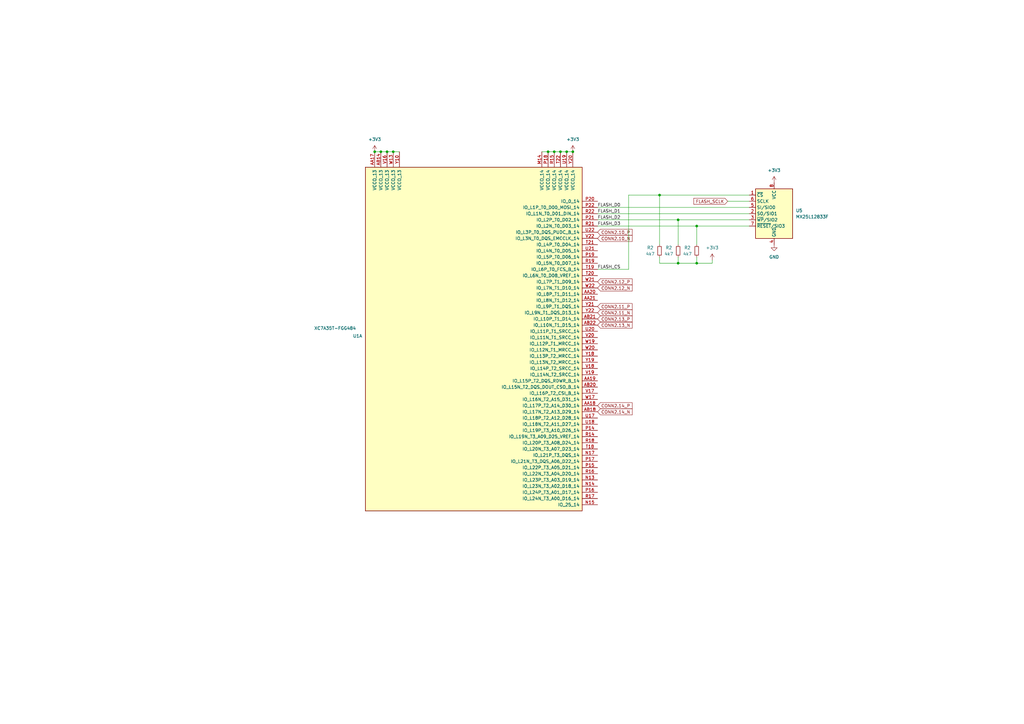
<source format=kicad_sch>
(kicad_sch (version 20230121) (generator eeschema)
  (paper "A3")
  (lib_symbols
    (symbol "Device:R_Small" (pin_numbers hide) (pin_names (offset 0.254) hide)
      (property "Reference" "R" (at 0.762 0.508 0))
      (property "Value" "R_Small" (at 0.762 -1.016 0))
      (symbol "R_Small_0_1"
        (rectangle (start -0.762 1.778) (end 0.762 -1.778) (stroke (width 0.2032)))
      )
      (symbol "R_Small_1_1"
        (pin passive line (at 0 2.54 270) (length 0.762) (name "~") (number "1"))
        (pin passive line (at 0 -2.54 90) (length 0.762) (name "~") (number "2"))
      )
    )
    (symbol "FPGA_Xilinx_Artix7:XC7A35T-FGG484" (pin_names (offset 1.016))
      (property "Reference" "U" (at 0 1.27 0))
      (property "Value" "XC7A35T-FGG484" (at 0 -1.27 0))
      (symbol "XC7A35T-FGG484_1_1"
        (rectangle (start -44.45 67.31) (end 44.45 -73.66) (stroke (width 0.254)) (fill (type background)))
        (pin power_in line (at -40.64 73.66 270) (length 6.35) (name "VCCO_13") (number "AA17"))
        (pin bidirectional line (at 50.8 -30.48 180) (length 6.35) (name "IO_L17P_T2_A14_D30_14") (number "AA18"))
        (pin bidirectional line (at 50.8 -20.32 180) (length 6.35) (name "IO_L15P_T2_DQS_RDWR_B_14") (number "AA19"))
        (pin bidirectional line (at 50.8 15.24 180) (length 6.35) (name "IO_L8P_T1_D11_14") (number "AA20"))
        (pin bidirectional line (at 50.8 12.7 180) (length 6.35) (name "IO_L8N_T1_D12_14") (number "AA21"))
        (pin power_in line (at -38.1 73.66 270) (length 6.35) (name "VCCO_13") (number "AB14"))
        (pin bidirectional line (at 50.8 -33.02 180) (length 6.35) (name "IO_L17N_T2_A13_D29_14") (number "AB18"))
        (pin bidirectional line (at 50.8 -22.86 180) (length 6.35) (name "IO_L15N_T2_DQS_DOUT_CSO_B_14") (number "AB20"))
        (pin bidirectional line (at 50.8 5.08 180) (length 6.35) (name "IO_L10P_T1_D14_14") (number "AB21"))
        (pin bidirectional line (at 50.8 2.54 180) (length 6.35) (name "IO_L10N_T1_D15_14") (number "AB22"))
        (pin power_in line (at 27.94 73.66 270) (length 6.35) (name "VCCO_14") (number "M14"))
        (pin bidirectional line (at 50.8 -60.96 180) (length 6.35) (name "IO_L23P_T3_A03_D19_14") (number "N13"))
        (pin bidirectional line (at 50.8 -63.5 180) (length 6.35) (name "IO_L23N_T3_A02_D18_14") (number "N14"))
        (pin bidirectional line (at 50.8 -71.12 180) (length 6.35) (name "IO_25_14") (number "N15"))
        (pin bidirectional line (at 50.8 -50.8 180) (length 6.35) (name "IO_L21P_T3_DQS_14") (number "N17"))
        (pin bidirectional line (at 50.8 -40.64 180) (length 6.35) (name "IO_L19P_T3_A10_D26_14") (number "P14"))
        (pin bidirectional line (at 50.8 -55.88 180) (length 6.35) (name "IO_L22P_T3_A05_D21_14") (number "P15"))
        (pin bidirectional line (at 50.8 -66.04 180) (length 6.35) (name "IO_L24P_T3_A01_D17_14") (number "P16"))
        (pin bidirectional line (at 50.8 -53.34 180) (length 6.35) (name "IO_L21N_T3_DQS_A06_D22_14") (number "P17"))
        (pin power_in line (at 30.48 73.66 270) (length 6.35) (name "VCCO_14") (number "P18"))
        (pin bidirectional line (at 50.8 30.48 180) (length 6.35) (name "IO_L5P_T0_D06_14") (number "P19"))
        (pin bidirectional line (at 50.8 53.34 180) (length 6.35) (name "IO_0_14") (number "P20"))
        (pin bidirectional line (at 50.8 45.72 180) (length 6.35) (name "IO_L2P_T0_D02_14") (number "P21"))
        (pin bidirectional line (at 50.8 50.8 180) (length 6.35) (name "IO_L1P_T0_D00_MOSI_14") (number "P22"))
        (pin bidirectional line (at 50.8 -43.18 180) (length 6.35) (name "IO_L19N_T3_A09_D25_VREF_14") (number "R14"))
        (pin power_in line (at 33.02 73.66 270) (length 6.35) (name "VCCO_14") (number "R15"))
        (pin bidirectional line (at 50.8 -58.42 180) (length 6.35) (name "IO_L22N_T3_A04_D20_14") (number "R16"))
        (pin bidirectional line (at 50.8 -68.58 180) (length 6.35) (name "IO_L24N_T3_A00_D16_14") (number "R17"))
        (pin bidirectional line (at 50.8 -45.72 180) (length 6.35) (name "IO_L20P_T3_A08_D24_14") (number "R18"))
        (pin bidirectional line (at 50.8 27.94 180) (length 6.35) (name "IO_L5N_T0_D07_14") (number "R19"))
        (pin bidirectional line (at 50.8 43.18 180) (length 6.35) (name "IO_L2N_T0_D03_14") (number "R21"))
        (pin bidirectional line (at 50.8 48.26 180) (length 6.35) (name "IO_L1N_T0_D01_DIN_14") (number "R22"))
        (pin bidirectional line (at 50.8 -48.26 180) (length 6.35) (name "IO_L20N_T3_A07_D23_14") (number "T18"))
        (pin bidirectional line (at 50.8 25.4 180) (length 6.35) (name "IO_L6P_T0_FCS_B_14") (number "T19"))
        (pin bidirectional line (at 50.8 22.86 180) (length 6.35) (name "IO_L6N_T0_D08_VREF_14") (number "T20"))
        (pin bidirectional line (at 50.8 35.56 180) (length 6.35) (name "IO_L4P_T0_D04_14") (number "T21"))
        (pin power_in line (at 35.56 73.66 270) (length 6.35) (name "VCCO_14") (number "T22"))
        (pin bidirectional line (at 50.8 -35.56 180) (length 6.35) (name "IO_L18P_T2_A12_D28_14") (number "U17"))
        (pin bidirectional line (at 50.8 -38.1 180) (length 6.35) (name "IO_L18N_T2_A11_D27_14") (number "U18"))
        (pin power_in line (at 38.1 73.66 270) (length 6.35) (name "VCCO_14") (number "U19"))
        (pin bidirectional line (at 50.8 0 180) (length 6.35) (name "IO_L11P_T1_SRCC_14") (number "U20"))
        (pin bidirectional line (at 50.8 33.02 180) (length 6.35) (name "IO_L4N_T0_D05_14") (number "U21"))
        (pin bidirectional line (at 50.8 40.64 180) (length 6.35) (name "IO_L3P_T0_DQS_PUDC_B_14") (number "U22"))
        (pin power_in line (at -35.56 73.66 270) (length 6.35) (name "VCCO_13") (number "V16"))
        (pin bidirectional line (at 50.8 -25.4 180) (length 6.35) (name "IO_L16P_T2_CSI_B_14") (number "V17"))
        (pin bidirectional line (at 50.8 -15.24 180) (length 6.35) (name "IO_L14P_T2_SRCC_14") (number "V18"))
        (pin bidirectional line (at 50.8 -17.78 180) (length 6.35) (name "IO_L14N_T2_SRCC_14") (number "V19"))
        (pin bidirectional line (at 50.8 -2.54 180) (length 6.35) (name "IO_L11N_T1_SRCC_14") (number "V20"))
        (pin bidirectional line (at 50.8 38.1 180) (length 6.35) (name "IO_L3N_T0_DQS_EMCCLK_14") (number "V22"))
        (pin power_in line (at -33.02 73.66 270) (length 6.35) (name "VCCO_13") (number "W13"))
        (pin bidirectional line (at 50.8 -27.94 180) (length 6.35) (name "IO_L16N_T2_A15_D31_14") (number "W17"))
        (pin bidirectional line (at 50.8 -5.08 180) (length 6.35) (name "IO_L12P_T1_MRCC_14") (number "W19"))
        (pin bidirectional line (at 50.8 -7.62 180) (length 6.35) (name "IO_L12N_T1_MRCC_14") (number "W20"))
        (pin bidirectional line (at 50.8 20.32 180) (length 6.35) (name "IO_L7P_T1_D09_14") (number "W21"))
        (pin bidirectional line (at 50.8 17.78 180) (length 6.35) (name "IO_L7N_T1_D10_14") (number "W22"))
        (pin power_in line (at -30.48 73.66 270) (length 6.35) (name "VCCO_13") (number "Y10"))
        (pin bidirectional line (at 50.8 -10.16 180) (length 6.35) (name "IO_L13P_T2_MRCC_14") (number "Y18"))
        (pin bidirectional line (at 50.8 -12.7 180) (length 6.35) (name "IO_L13N_T2_MRCC_14") (number "Y19"))
        (pin power_in line (at 40.64 73.66 270) (length 6.35) (name "VCCO_14") (number "Y20"))
        (pin bidirectional line (at 50.8 10.16 180) (length 6.35) (name "IO_L9P_T1_DQS_14") (number "Y21"))
        (pin bidirectional line (at 50.8 7.62 180) (length 6.35) (name "IO_L9N_T1_DQS_D13_14") (number "Y22"))
      )
      (symbol "XC7A35T-FGG484_2_1"
        (rectangle (start -44.45 67.31) (end 44.45 -73.66) (stroke (width 0.254)) (fill (type background)))
        (pin bidirectional line (at 50.8 5.08 180) (length 6.35) (name "IO_L10P_T1_16") (number "A13"))
        (pin bidirectional line (at 50.8 2.54 180) (length 6.35) (name "IO_L10N_T1_16") (number "A14"))
        (pin bidirectional line (at 50.8 10.16 180) (length 6.35) (name "IO_L9P_T1_DQS_16") (number "A15"))
        (pin bidirectional line (at 50.8 7.62 180) (length 6.35) (name "IO_L9N_T1_DQS_16") (number "A16"))
        (pin power_in line (at 27.94 73.66 270) (length 6.35) (name "VCCO_16") (number "A17"))
        (pin bidirectional line (at 50.8 -30.48 180) (length 6.35) (name "IO_L17P_T2_16") (number "A18"))
        (pin bidirectional line (at 50.8 -33.02 180) (length 6.35) (name "IO_L17N_T2_16") (number "A19"))
        (pin bidirectional line (at 50.8 -27.94 180) (length 6.35) (name "IO_L16N_T2_16") (number "A20"))
        (pin bidirectional line (at 50.8 -53.34 180) (length 6.35) (name "IO_L21N_T3_DQS_16") (number "A21"))
        (pin bidirectional line (at 50.8 12.7 180) (length 6.35) (name "IO_L8N_T1_16") (number "B13"))
        (pin power_in line (at 30.48 73.66 270) (length 6.35) (name "VCCO_16") (number "B14"))
        (pin bidirectional line (at 50.8 20.32 180) (length 6.35) (name "IO_L7P_T1_16") (number "B15"))
        (pin bidirectional line (at 50.8 17.78 180) (length 6.35) (name "IO_L7N_T1_16") (number "B16"))
        (pin bidirectional line (at 50.8 0 180) (length 6.35) (name "IO_L11P_T1_SRCC_16") (number "B17"))
        (pin bidirectional line (at 50.8 -2.54 180) (length 6.35) (name "IO_L11N_T1_SRCC_16") (number "B18"))
        (pin bidirectional line (at 50.8 -25.4 180) (length 6.35) (name "IO_L16P_T2_16") (number "B20"))
        (pin bidirectional line (at 50.8 -50.8 180) (length 6.35) (name "IO_L21P_T3_DQS_16") (number "B21"))
        (pin bidirectional line (at 50.8 -48.26 180) (length 6.35) (name "IO_L20N_T3_16") (number "B22"))
        (pin bidirectional line (at 50.8 15.24 180) (length 6.35) (name "IO_L8P_T1_16") (number "C13"))
        (pin bidirectional line (at 50.8 40.64 180) (length 6.35) (name "IO_L3P_T0_DQS_16") (number "C14"))
        (pin bidirectional line (at 50.8 38.1 180) (length 6.35) (name "IO_L3N_T0_DQS_16") (number "C15"))
        (pin bidirectional line (at 50.8 -7.62 180) (length 6.35) (name "IO_L12N_T1_MRCC_16") (number "C17"))
        (pin bidirectional line (at 50.8 -10.16 180) (length 6.35) (name "IO_L13P_T2_MRCC_16") (number "C18"))
        (pin bidirectional line (at 50.8 -12.7 180) (length 6.35) (name "IO_L13N_T2_MRCC_16") (number "C19"))
        (pin bidirectional line (at 50.8 -43.18 180) (length 6.35) (name "IO_L19N_T3_VREF_16") (number "C20"))
        (pin power_in line (at 33.02 73.66 270) (length 6.35) (name "VCCO_16") (number "C21"))
        (pin bidirectional line (at 50.8 -45.72 180) (length 6.35) (name "IO_L20P_T3_16") (number "C22"))
        (pin bidirectional line (at 50.8 25.4 180) (length 6.35) (name "IO_L6P_T0_16") (number "D14"))
        (pin bidirectional line (at 50.8 22.86 180) (length 6.35) (name "IO_L6N_T0_VREF_16") (number "D15"))
        (pin bidirectional line (at 50.8 27.94 180) (length 6.35) (name "IO_L5N_T0_16") (number "D16"))
        (pin bidirectional line (at 50.8 -5.08 180) (length 6.35) (name "IO_L12P_T1_MRCC_16") (number "D17"))
        (pin power_in line (at 35.56 73.66 270) (length 6.35) (name "VCCO_16") (number "D18"))
        (pin bidirectional line (at 50.8 -17.78 180) (length 6.35) (name "IO_L14N_T2_SRCC_16") (number "D19"))
        (pin bidirectional line (at 50.8 -40.64 180) (length 6.35) (name "IO_L19P_T3_16") (number "D20"))
        (pin bidirectional line (at 50.8 -63.5 180) (length 6.35) (name "IO_L23N_T3_16") (number "D21"))
        (pin bidirectional line (at 50.8 -58.42 180) (length 6.35) (name "IO_L22N_T3_16") (number "D22"))
        (pin bidirectional line (at 50.8 35.56 180) (length 6.35) (name "IO_L4P_T0_16") (number "E13"))
        (pin bidirectional line (at 50.8 33.02 180) (length 6.35) (name "IO_L4N_T0_16") (number "E14"))
        (pin power_in line (at 38.1 73.66 270) (length 6.35) (name "VCCO_16") (number "E15"))
        (pin bidirectional line (at 50.8 30.48 180) (length 6.35) (name "IO_L5P_T0_16") (number "E16"))
        (pin bidirectional line (at 50.8 43.18 180) (length 6.35) (name "IO_L2N_T0_16") (number "E17"))
        (pin bidirectional line (at 50.8 -22.86 180) (length 6.35) (name "IO_L15N_T2_DQS_16") (number "E18"))
        (pin bidirectional line (at 50.8 -15.24 180) (length 6.35) (name "IO_L14P_T2_SRCC_16") (number "E19"))
        (pin bidirectional line (at 50.8 -60.96 180) (length 6.35) (name "IO_L23P_T3_16") (number "E21"))
        (pin bidirectional line (at 50.8 -55.88 180) (length 6.35) (name "IO_L22P_T3_16") (number "E22"))
        (pin bidirectional line (at 50.8 50.8 180) (length 6.35) (name "IO_L1P_T0_16") (number "F13"))
        (pin bidirectional line (at 50.8 48.26 180) (length 6.35) (name "IO_L1N_T0_16") (number "F14"))
        (pin bidirectional line (at 50.8 53.34 180) (length 6.35) (name "IO_0_16") (number "F15"))
        (pin bidirectional line (at 50.8 45.72 180) (length 6.35) (name "IO_L2P_T0_16") (number "F16"))
        (pin bidirectional line (at 50.8 -20.32 180) (length 6.35) (name "IO_L15P_T2_DQS_16") (number "F18"))
        (pin bidirectional line (at 50.8 -35.56 180) (length 6.35) (name "IO_L18P_T2_16") (number "F19"))
        (pin bidirectional line (at 50.8 -38.1 180) (length 6.35) (name "IO_L18N_T2_16") (number "F20"))
        (pin bidirectional line (at 50.8 -71.12 180) (length 6.35) (name "IO_25_16") (number "F21"))
        (pin power_in line (at 40.64 73.66 270) (length 6.35) (name "VCCO_16") (number "F22"))
        (pin bidirectional line (at -50.8 48.26 0) (length 6.35) (name "IO_L1N_T0_AD0N_15") (number "G13"))
        (pin bidirectional line (at -50.8 45.72 0) (length 6.35) (name "IO_L2P_T0_AD8P_15") (number "G15"))
        (pin bidirectional line (at -50.8 43.18 0) (length 6.35) (name "IO_L2N_T0_AD8N_15") (number "G16"))
        (pin bidirectional line (at -50.8 35.56 0) (length 6.35) (name "IO_L4P_T0_15") (number "G17"))
        (pin bidirectional line (at -50.8 33.02 0) (length 6.35) (name "IO_L4N_T0_15") (number "G18"))
        (pin power_in line (at -40.64 73.66 270) (length 6.35) (name "VCCO_15") (number "G19"))
        (pin bidirectional line (at -50.8 12.7 0) (length 6.35) (name "IO_L8N_T1_AD10N_15") (number "G20"))
        (pin bidirectional line (at 50.8 -66.04 180) (length 6.35) (name "IO_L24P_T3_16") (number "G21"))
        (pin bidirectional line (at 50.8 -68.58 180) (length 6.35) (name "IO_L24N_T3_16") (number "G22"))
        (pin bidirectional line (at -50.8 50.8 0) (length 6.35) (name "IO_L1P_T0_AD0P_15") (number "H13"))
        (pin bidirectional line (at -50.8 38.1 0) (length 6.35) (name "IO_L3N_T0_DQS_AD1N_15") (number "H14"))
        (pin bidirectional line (at -50.8 27.94 0) (length 6.35) (name "IO_L5N_T0_AD9N_15") (number "H15"))
        (pin power_in line (at -38.1 73.66 270) (length 6.35) (name "VCCO_15") (number "H16"))
        (pin bidirectional line (at -50.8 25.4 0) (length 6.35) (name "IO_L6P_T0_15") (number "H17"))
        (pin bidirectional line (at -50.8 22.86 0) (length 6.35) (name "IO_L6N_T0_VREF_15") (number "H18"))
        (pin bidirectional line (at -50.8 -7.62 0) (length 6.35) (name "IO_L12N_T1_MRCC_15") (number "H19"))
        (pin bidirectional line (at -50.8 15.24 0) (length 6.35) (name "IO_L8P_T1_AD10P_15") (number "H20"))
        (pin bidirectional line (at -50.8 17.78 0) (length 6.35) (name "IO_L7N_T1_AD2N_15") (number "H22"))
        (pin power_in line (at -35.56 73.66 270) (length 6.35) (name "VCCO_15") (number "J13"))
        (pin bidirectional line (at -50.8 40.64 0) (length 6.35) (name "IO_L3P_T0_DQS_AD1P_15") (number "J14"))
        (pin bidirectional line (at -50.8 30.48 0) (length 6.35) (name "IO_L5P_T0_AD9P_15") (number "J15"))
        (pin bidirectional line (at -50.8 53.34 0) (length 6.35) (name "IO_0_15") (number "J16"))
        (pin bidirectional line (at -50.8 -53.34 0) (length 6.35) (name "IO_L21N_T3_DQS_A18_15") (number "J17"))
        (pin bidirectional line (at -50.8 -5.08 0) (length 6.35) (name "IO_L12P_T1_MRCC_15") (number "J19"))
        (pin bidirectional line (at -50.8 0 0) (length 6.35) (name "IO_L11P_T1_SRCC_15") (number "J20"))
        (pin bidirectional line (at -50.8 -2.54 0) (length 6.35) (name "IO_L11N_T1_SRCC_15") (number "J21"))
        (pin bidirectional line (at -50.8 20.32 0) (length 6.35) (name "IO_L7P_T1_AD2P_15") (number "J22"))
        (pin bidirectional line (at -50.8 -40.64 0) (length 6.35) (name "IO_L19P_T3_A22_15") (number "K13"))
        (pin bidirectional line (at -50.8 -43.18 0) (length 6.35) (name "IO_L19N_T3_A21_VREF_15") (number "K14"))
        (pin bidirectional line (at -50.8 -63.5 0) (length 6.35) (name "IO_L23N_T3_FWE_B_15") (number "K16"))
        (pin bidirectional line (at -50.8 -50.8 0) (length 6.35) (name "IO_L21P_T3_DQS_15") (number "K17"))
        (pin bidirectional line (at -50.8 -10.16 0) (length 6.35) (name "IO_L13P_T2_MRCC_15") (number "K18"))
        (pin bidirectional line (at -50.8 -12.7 0) (length 6.35) (name "IO_L13N_T2_MRCC_15") (number "K19"))
        (pin power_in line (at -33.02 73.66 270) (length 6.35) (name "VCCO_15") (number "K20"))
        (pin bidirectional line (at -50.8 10.16 0) (length 6.35) (name "IO_L9P_T1_DQS_AD3P_15") (number "K21"))
        (pin bidirectional line (at -50.8 7.62 0) (length 6.35) (name "IO_L9N_T1_DQS_AD3N_15") (number "K22"))
        (pin bidirectional line (at -50.8 -48.26 0) (length 6.35) (name "IO_L20N_T3_A19_15") (number "L13"))
        (pin bidirectional line (at -50.8 -55.88 0) (length 6.35) (name "IO_L22P_T3_A17_15") (number "L14"))
        (pin bidirectional line (at -50.8 -58.42 0) (length 6.35) (name "IO_L22N_T3_A16_15") (number "L15"))
        (pin bidirectional line (at -50.8 -60.96 0) (length 6.35) (name "IO_L23P_T3_FOE_B_15") (number "L16"))
        (pin power_in line (at -30.48 73.66 270) (length 6.35) (name "VCCO_15") (number "L17"))
        (pin bidirectional line (at -50.8 -27.94 0) (length 6.35) (name "IO_L16N_T2_A27_15") (number "L18"))
        (pin bidirectional line (at -50.8 -15.24 0) (length 6.35) (name "IO_L14P_T2_SRCC_15") (number "L19"))
        (pin bidirectional line (at -50.8 -17.78 0) (length 6.35) (name "IO_L14N_T2_SRCC_15") (number "L20"))
        (pin bidirectional line (at -50.8 2.54 0) (length 6.35) (name "IO_L10N_T1_AD11N_15") (number "L21"))
        (pin bidirectional line (at -50.8 -45.72 0) (length 6.35) (name "IO_L20P_T3_A20_15") (number "M13"))
        (pin bidirectional line (at -50.8 -66.04 0) (length 6.35) (name "IO_L24P_T3_RS1_15") (number "M15"))
        (pin bidirectional line (at -50.8 -68.58 0) (length 6.35) (name "IO_L24N_T3_RS0_15") (number "M16"))
        (pin bidirectional line (at -50.8 -71.12 0) (length 6.35) (name "IO_25_15") (number "M17"))
        (pin bidirectional line (at -50.8 -25.4 0) (length 6.35) (name "IO_L16P_T2_A28_15") (number "M18"))
        (pin bidirectional line (at -50.8 -38.1 0) (length 6.35) (name "IO_L18N_T2_A23_15") (number "M20"))
        (pin bidirectional line (at -50.8 5.08 0) (length 6.35) (name "IO_L10P_T1_AD11P_15") (number "M21"))
        (pin bidirectional line (at -50.8 -22.86 0) (length 6.35) (name "IO_L15N_T2_DQS_ADV_B_15") (number "M22"))
        (pin bidirectional line (at -50.8 -30.48 0) (length 6.35) (name "IO_L17P_T2_A26_15") (number "N18"))
        (pin bidirectional line (at -50.8 -33.02 0) (length 6.35) (name "IO_L17N_T2_A25_15") (number "N19"))
        (pin bidirectional line (at -50.8 -35.56 0) (length 6.35) (name "IO_L18P_T2_A24_15") (number "N20"))
        (pin power_in line (at -27.94 73.66 270) (length 6.35) (name "VCCO_15") (number "N21"))
        (pin bidirectional line (at -50.8 -20.32 0) (length 6.35) (name "IO_L15P_T2_DQS_15") (number "N22"))
      )
      (symbol "XC7A35T-FGG484_3_1"
        (rectangle (start -44.45 67.31) (end 44.45 -73.66) (stroke (width 0.254)) (fill (type background)))
        (pin bidirectional line (at 50.8 48.26 180) (length 6.35) (name "IO_L1N_T0_AD4N_35") (number "A1"))
        (pin bidirectional line (at -50.8 20.32 0) (length 6.35) (name "IO_L7P_T1_34") (number "AA1"))
        (pin bidirectional line (at -50.8 7.62 0) (length 6.35) (name "IO_L9N_T1_DQS_34") (number "AA3"))
        (pin bidirectional line (at -50.8 -2.54 0) (length 6.35) (name "IO_L11N_T1_SRCC_34") (number "AA4"))
        (pin bidirectional line (at -50.8 5.08 0) (length 6.35) (name "IO_L10P_T1_34") (number "AA5"))
        (pin bidirectional line (at -50.8 -38.1 0) (length 6.35) (name "IO_L18N_T2_34") (number "AA6"))
        (pin power_in line (at -40.64 73.66 270) (length 6.35) (name "VCCO_34") (number "AA7"))
        (pin bidirectional line (at -50.8 -55.88 0) (length 6.35) (name "IO_L22P_T3_34") (number "AA8"))
        (pin bidirectional line (at -50.8 17.78 0) (length 6.35) (name "IO_L7N_T1_34") (number "AB1"))
        (pin bidirectional line (at -50.8 12.7 0) (length 6.35) (name "IO_L8N_T1_34") (number "AB2"))
        (pin bidirectional line (at -50.8 15.24 0) (length 6.35) (name "IO_L8P_T1_34") (number "AB3"))
        (pin power_in line (at -38.1 73.66 270) (length 6.35) (name "VCCO_34") (number "AB4"))
        (pin bidirectional line (at -50.8 2.54 0) (length 6.35) (name "IO_L10N_T1_34") (number "AB5"))
        (pin bidirectional line (at -50.8 -48.26 0) (length 6.35) (name "IO_L20N_T3_34") (number "AB6"))
        (pin bidirectional line (at -50.8 -45.72 0) (length 6.35) (name "IO_L20P_T3_34") (number "AB7"))
        (pin bidirectional line (at -50.8 -58.42 0) (length 6.35) (name "IO_L22N_T3_34") (number "AB8"))
        (pin bidirectional line (at 50.8 50.8 180) (length 6.35) (name "IO_L1P_T0_AD4P_35") (number "B1"))
        (pin bidirectional line (at 50.8 43.18 180) (length 6.35) (name "IO_L2N_T0_AD12N_35") (number "B2"))
        (pin power_in line (at 27.94 73.66 270) (length 6.35) (name "VCCO_35") (number "C1"))
        (pin bidirectional line (at 50.8 45.72 180) (length 6.35) (name "IO_L2P_T0_AD12P_35") (number "C2"))
        (pin bidirectional line (at 50.8 38.1 180) (length 6.35) (name "IO_L3N_T0_DQS_AD5N_35") (number "D1"))
        (pin bidirectional line (at 50.8 33.02 180) (length 6.35) (name "IO_L4N_T0_35") (number "D2"))
        (pin bidirectional line (at 50.8 40.64 180) (length 6.35) (name "IO_L3P_T0_DQS_AD5P_35") (number "E1"))
        (pin bidirectional line (at 50.8 35.56 180) (length 6.35) (name "IO_L4P_T0_35") (number "E2"))
        (pin bidirectional line (at 50.8 22.86 180) (length 6.35) (name "IO_L6N_T0_VREF_35") (number "E3"))
        (pin bidirectional line (at 50.8 27.94 180) (length 6.35) (name "IO_L5N_T0_AD13N_35") (number "F1"))
        (pin power_in line (at 30.48 73.66 270) (length 6.35) (name "VCCO_35") (number "F2"))
        (pin bidirectional line (at 50.8 25.4 180) (length 6.35) (name "IO_L6P_T0_35") (number "F3"))
        (pin bidirectional line (at 50.8 53.34 180) (length 6.35) (name "IO_0_35") (number "F4"))
        (pin bidirectional line (at 50.8 30.48 180) (length 6.35) (name "IO_L5P_T0_AD13P_35") (number "G1"))
        (pin bidirectional line (at 50.8 12.7 180) (length 6.35) (name "IO_L8N_T1_AD14N_35") (number "G2"))
        (pin bidirectional line (at 50.8 -2.54 180) (length 6.35) (name "IO_L11N_T1_SRCC_35") (number "G3"))
        (pin bidirectional line (at 50.8 -7.62 180) (length 6.35) (name "IO_L12N_T1_MRCC_35") (number "G4"))
        (pin bidirectional line (at 50.8 15.24 180) (length 6.35) (name "IO_L8P_T1_AD14P_35") (number "H2"))
        (pin bidirectional line (at 50.8 0 180) (length 6.35) (name "IO_L11P_T1_SRCC_35") (number "H3"))
        (pin bidirectional line (at 50.8 -5.08 180) (length 6.35) (name "IO_L12P_T1_MRCC_35") (number "H4"))
        (pin bidirectional line (at 50.8 2.54 180) (length 6.35) (name "IO_L10N_T1_AD15N_35") (number "H5"))
        (pin power_in line (at 33.02 73.66 270) (length 6.35) (name "VCCO_35") (number "H6"))
        (pin bidirectional line (at 50.8 17.78 180) (length 6.35) (name "IO_L7N_T1_AD6N_35") (number "J1"))
        (pin bidirectional line (at 50.8 7.62 180) (length 6.35) (name "IO_L9N_T1_DQS_AD7N_35") (number "J2"))
        (pin power_in line (at 35.56 73.66 270) (length 6.35) (name "VCCO_35") (number "J3"))
        (pin bidirectional line (at 50.8 -12.7 180) (length 6.35) (name "IO_L13N_T2_MRCC_35") (number "J4"))
        (pin bidirectional line (at 50.8 5.08 180) (length 6.35) (name "IO_L10P_T1_AD15P_35") (number "J5"))
        (pin bidirectional line (at 50.8 -33.02 180) (length 6.35) (name "IO_L17N_T2_35") (number "J6"))
        (pin bidirectional line (at 50.8 20.32 180) (length 6.35) (name "IO_L7P_T1_AD6P_35") (number "K1"))
        (pin bidirectional line (at 50.8 10.16 180) (length 6.35) (name "IO_L9P_T1_DQS_AD7P_35") (number "K2"))
        (pin bidirectional line (at 50.8 -17.78 180) (length 6.35) (name "IO_L14N_T2_SRCC_35") (number "K3"))
        (pin bidirectional line (at 50.8 -10.16 180) (length 6.35) (name "IO_L13P_T2_MRCC_35") (number "K4"))
        (pin bidirectional line (at 50.8 -30.48 180) (length 6.35) (name "IO_L17P_T2_35") (number "K6"))
        (pin bidirectional line (at 50.8 -22.86 180) (length 6.35) (name "IO_L15N_T2_DQS_35") (number "L1"))
        (pin bidirectional line (at 50.8 -15.24 180) (length 6.35) (name "IO_L14P_T2_SRCC_35") (number "L3"))
        (pin bidirectional line (at 50.8 -38.1 180) (length 6.35) (name "IO_L18N_T2_35") (number "L4"))
        (pin bidirectional line (at 50.8 -35.56 180) (length 6.35) (name "IO_L18P_T2_35") (number "L5"))
        (pin bidirectional line (at 50.8 -71.12 180) (length 6.35) (name "IO_25_35") (number "L6"))
        (pin bidirectional line (at 50.8 -20.32 180) (length 6.35) (name "IO_L15P_T2_DQS_35") (number "M1"))
        (pin bidirectional line (at 50.8 -27.94 180) (length 6.35) (name "IO_L16N_T2_35") (number "M2"))
        (pin bidirectional line (at 50.8 -25.4 180) (length 6.35) (name "IO_L16P_T2_35") (number "M3"))
        (pin power_in line (at 38.1 73.66 270) (length 6.35) (name "VCCO_35") (number "M4"))
        (pin bidirectional line (at 50.8 -63.5 180) (length 6.35) (name "IO_L23N_T3_35") (number "M5"))
        (pin bidirectional line (at 50.8 -60.96 180) (length 6.35) (name "IO_L23P_T3_35") (number "M6"))
        (pin power_in line (at 40.64 73.66 270) (length 6.35) (name "VCCO_35") (number "N1"))
        (pin bidirectional line (at 50.8 -58.42 180) (length 6.35) (name "IO_L22N_T3_35") (number "N2"))
        (pin bidirectional line (at 50.8 -43.18 180) (length 6.35) (name "IO_L19N_T3_VREF_35") (number "N3"))
        (pin bidirectional line (at 50.8 -40.64 180) (length 6.35) (name "IO_L19P_T3_35") (number "N4"))
        (pin bidirectional line (at 50.8 -68.58 180) (length 6.35) (name "IO_L24N_T3_35") (number "N5"))
        (pin bidirectional line (at 50.8 -48.26 180) (length 6.35) (name "IO_L20N_T3_35") (number "P1"))
        (pin bidirectional line (at 50.8 -55.88 180) (length 6.35) (name "IO_L22P_T3_35") (number "P2"))
        (pin bidirectional line (at 50.8 -53.34 180) (length 6.35) (name "IO_L21N_T3_DQS_35") (number "P4"))
        (pin bidirectional line (at 50.8 -50.8 180) (length 6.35) (name "IO_L21P_T3_DQS_35") (number "P5"))
        (pin bidirectional line (at 50.8 -66.04 180) (length 6.35) (name "IO_L24P_T3_35") (number "P6"))
        (pin bidirectional line (at 50.8 -45.72 180) (length 6.35) (name "IO_L20P_T3_35") (number "R1"))
        (pin bidirectional line (at -50.8 38.1 0) (length 6.35) (name "IO_L3N_T0_DQS_34") (number "R2"))
        (pin bidirectional line (at -50.8 40.64 0) (length 6.35) (name "IO_L3P_T0_DQS_34") (number "R3"))
        (pin bidirectional line (at -50.8 -10.16 0) (length 6.35) (name "IO_L13P_T2_MRCC_34") (number "R4"))
        (pin power_in line (at -35.56 73.66 270) (length 6.35) (name "VCCO_34") (number "R5"))
        (pin bidirectional line (at -50.8 -30.48 0) (length 6.35) (name "IO_L17P_T2_34") (number "R6"))
        (pin bidirectional line (at -50.8 50.8 0) (length 6.35) (name "IO_L1P_T0_34") (number "T1"))
        (pin power_in line (at -33.02 73.66 270) (length 6.35) (name "VCCO_34") (number "T2"))
        (pin bidirectional line (at -50.8 53.34 0) (length 6.35) (name "IO_0_34") (number "T3"))
        (pin bidirectional line (at -50.8 -12.7 0) (length 6.35) (name "IO_L13N_T2_MRCC_34") (number "T4"))
        (pin bidirectional line (at -50.8 -15.24 0) (length 6.35) (name "IO_L14P_T2_SRCC_34") (number "T5"))
        (pin bidirectional line (at -50.8 -33.02 0) (length 6.35) (name "IO_L17N_T2_34") (number "T6"))
        (pin bidirectional line (at -50.8 48.26 0) (length 6.35) (name "IO_L1N_T0_34") (number "U1"))
        (pin bidirectional line (at -50.8 45.72 0) (length 6.35) (name "IO_L2P_T0_34") (number "U2"))
        (pin bidirectional line (at -50.8 25.4 0) (length 6.35) (name "IO_L6P_T0_34") (number "U3"))
        (pin bidirectional line (at -50.8 -17.78 0) (length 6.35) (name "IO_L14N_T2_SRCC_34") (number "U5"))
        (pin bidirectional line (at -50.8 -25.4 0) (length 6.35) (name "IO_L16P_T2_34") (number "U6"))
        (pin bidirectional line (at -50.8 -71.12 0) (length 6.35) (name "IO_25_34") (number "U7"))
        (pin bidirectional line (at -50.8 43.18 0) (length 6.35) (name "IO_L2N_T0_34") (number "V2"))
        (pin bidirectional line (at -50.8 22.86 0) (length 6.35) (name "IO_L6N_T0_VREF_34") (number "V3"))
        (pin bidirectional line (at -50.8 -5.08 0) (length 6.35) (name "IO_L12P_T1_MRCC_34") (number "V4"))
        (pin bidirectional line (at -50.8 -27.94 0) (length 6.35) (name "IO_L16N_T2_34") (number "V5"))
        (pin power_in line (at -30.48 73.66 270) (length 6.35) (name "VCCO_34") (number "V6"))
        (pin bidirectional line (at -50.8 -40.64 0) (length 6.35) (name "IO_L19P_T3_34") (number "V7"))
        (pin bidirectional line (at -50.8 -53.34 0) (length 6.35) (name "IO_L21N_T3_DQS_34") (number "V8"))
        (pin bidirectional line (at -50.8 -50.8 0) (length 6.35) (name "IO_L21P_T3_DQS_34") (number "V9"))
        (pin bidirectional line (at -50.8 30.48 0) (length 6.35) (name "IO_L5P_T0_34") (number "W1"))
        (pin bidirectional line (at -50.8 35.56 0) (length 6.35) (name "IO_L4P_T0_34") (number "W2"))
        (pin power_in line (at -27.94 73.66 270) (length 6.35) (name "VCCO_34") (number "W3"))
        (pin bidirectional line (at -50.8 -7.62 0) (length 6.35) (name "IO_L12N_T1_MRCC_34") (number "W4"))
        (pin bidirectional line (at -50.8 -22.86 0) (length 6.35) (name "IO_L15N_T2_DQS_34") (number "W5"))
        (pin bidirectional line (at -50.8 -20.32 0) (length 6.35) (name "IO_L15P_T2_DQS_34") (number "W6"))
        (pin bidirectional line (at -50.8 -43.18 0) (length 6.35) (name "IO_L19N_T3_VREF_34") (number "W7"))
        (pin bidirectional line (at -50.8 -66.04 0) (length 6.35) (name "IO_L24P_T3_34") (number "W9"))
        (pin bidirectional line (at -50.8 27.94 0) (length 6.35) (name "IO_L5N_T0_34") (number "Y1"))
        (pin bidirectional line (at -50.8 33.02 0) (length 6.35) (name "IO_L4N_T0_34") (number "Y2"))
        (pin bidirectional line (at -50.8 10.16 0) (length 6.35) (name "IO_L9P_T1_DQS_34") (number "Y3"))
        (pin bidirectional line (at -50.8 0 0) (length 6.35) (name "IO_L11P_T1_SRCC_34") (number "Y4"))
        (pin bidirectional line (at -50.8 -35.56 0) (length 6.35) (name "IO_L18P_T2_34") (number "Y6"))
        (pin bidirectional line (at -50.8 -63.5 0) (length 6.35) (name "IO_L23N_T3_34") (number "Y7"))
        (pin bidirectional line (at -50.8 -60.96 0) (length 6.35) (name "IO_L23P_T3_34") (number "Y8"))
        (pin bidirectional line (at -50.8 -68.58 0) (length 6.35) (name "IO_L24N_T3_34") (number "Y9"))
      )
      (symbol "XC7A35T-FGG484_4_1"
        (rectangle (start -31.75 30.48) (end 31.75 -30.48) (stroke (width 0.254)) (fill (type background)))
        (pin bidirectional line (at -38.1 -7.62 0) (length 6.35) (name "MGTPRXN2_216") (number "A10"))
        (pin bidirectional line (at -38.1 25.4 0) (length 6.35) (name "MGTPTXN0_216") (number "A4"))
        (pin bidirectional line (at -38.1 15.24 0) (length 6.35) (name "MGTPTXN2_216") (number "A6"))
        (pin bidirectional line (at -38.1 2.54 0) (length 6.35) (name "MGTPRXN0_216") (number "A8"))
        (pin bidirectional line (at -38.1 -5.08 0) (length 6.35) (name "MGTPRXP2_216") (number "B10"))
        (pin bidirectional line (at -38.1 27.94 0) (length 6.35) (name "MGTPTXP0_216") (number "B4"))
        (pin bidirectional line (at -38.1 17.78 0) (length 6.35) (name "MGTPTXP2_216") (number "B6"))
        (pin bidirectional line (at -38.1 5.08 0) (length 6.35) (name "MGTPRXP0_216") (number "B8"))
        (pin bidirectional line (at -38.1 -2.54 0) (length 6.35) (name "MGTPRXN1_216") (number "C11"))
        (pin bidirectional line (at -38.1 20.32 0) (length 6.35) (name "MGTPTXN1_216") (number "C5"))
        (pin bidirectional line (at -38.1 10.16 0) (length 6.35) (name "MGTPTXN3_216") (number "C7"))
        (pin bidirectional line (at -38.1 -12.7 0) (length 6.35) (name "MGTPRXN3_216") (number "C9"))
        (pin bidirectional line (at -38.1 0 0) (length 6.35) (name "MGTPRXP1_216") (number "D11"))
        (pin bidirectional line (at -38.1 22.86 0) (length 6.35) (name "MGTPTXP1_216") (number "D5"))
        (pin bidirectional line (at -38.1 12.7 0) (length 6.35) (name "MGTPTXP3_216") (number "D7"))
        (pin bidirectional line (at -38.1 -10.16 0) (length 6.35) (name "MGTPRXP3_216") (number "D9"))
        (pin bidirectional line (at -38.1 -25.4 0) (length 6.35) (name "MGTREFCLK1N_216") (number "E10"))
        (pin bidirectional line (at -38.1 -20.32 0) (length 6.35) (name "MGTREFCLK0N_216") (number "E6"))
        (pin bidirectional line (at -38.1 -22.86 0) (length 6.35) (name "MGTREFCLK1P_216") (number "F10"))
        (pin bidirectional line (at -38.1 -17.78 0) (length 6.35) (name "MGTREFCLK0P_216") (number "F6"))
      )
      (symbol "XC7A35T-FGG484_5_1"
        (rectangle (start -31.75 12.7) (end 31.75 -12.7) (stroke (width 0.254)) (fill (type background)))
        (pin power_in line (at 38.1 2.54 180) (length 6.35) (name "MGTAVTT") (number "B11"))
        (pin power_in line (at 38.1 10.16 180) (length 6.35) (name "MGTAVTT") (number "B5"))
        (pin power_in line (at 38.1 7.62 180) (length 6.35) (name "MGTAVTT") (number "B7"))
        (pin power_in line (at 38.1 5.08 180) (length 6.35) (name "MGTAVTT") (number "B9"))
        (pin power_in line (at 38.1 0 180) (length 6.35) (name "MGTAVTT") (number "C4"))
        (pin power_in line (at 38.1 -2.54 180) (length 6.35) (name "MGTAVTT") (number "C8"))
        (pin power_in line (at -38.1 7.62 0) (length 6.35) (name "MGTAVCC") (number "D10"))
        (pin power_in line (at -38.1 10.16 0) (length 6.35) (name "MGTAVCC") (number "D6"))
        (pin power_in line (at -38.1 0 0) (length 6.35) (name "MGTAVCC") (number "E8"))
        (pin power_in line (at -38.1 5.08 0) (length 6.35) (name "MGTAVCC") (number "F7"))
        (pin power_in line (at 38.1 -7.62 180) (length 6.35) (name "MGTRREF_216") (number "F8"))
        (pin power_in line (at -38.1 2.54 0) (length 6.35) (name "MGTAVCC") (number "F9"))
      )
      (symbol "XC7A35T-FGG484_6_1"
        (rectangle (start -31.75 34.29) (end 31.75 -40.64) (stroke (width 0.254)) (fill (type background)))
        (pin power_in line (at 25.4 40.64 270) (length 6.35) (name "VCCO_0") (number "F12"))
        (pin bidirectional line (at 38.1 -5.08 180) (length 6.35) (name "DONE_0") (number "G11"))
        (pin bidirectional line (at 38.1 -20.32 180) (length 6.35) (name "VP_0") (number "L10"))
        (pin bidirectional line (at 38.1 7.62 180) (length 6.35) (name "CCLK_0") (number "L12"))
        (pin bidirectional line (at 38.1 -30.48 180) (length 6.35) (name "VREFN_0") (number "L9"))
        (pin bidirectional line (at 38.1 -27.94 180) (length 6.35) (name "VREFP_0") (number "M10"))
        (pin bidirectional line (at 38.1 -22.86 180) (length 6.35) (name "VN_0") (number "M9"))
        (pin bidirectional line (at 38.1 -35.56 180) (length 6.35) (name "DXP_0") (number "N10"))
        (pin bidirectional line (at 38.1 -10.16 180) (length 6.35) (name "PROGRAM_B_0") (number "N12"))
        (pin bidirectional line (at 38.1 -38.1 180) (length 6.35) (name "DXN_0") (number "N9"))
        (pin bidirectional line (at 38.1 20.32 180) (length 6.35) (name "TDI_0") (number "R13"))
        (pin power_in line (at 27.94 40.64 270) (length 6.35) (name "VCCO_0") (number "T12"))
        (pin bidirectional line (at 38.1 15.24 180) (length 6.35) (name "TMS_0") (number "T13"))
        (pin bidirectional line (at 38.1 2.54 180) (length 6.35) (name "M1_0") (number "U10"))
        (pin bidirectional line (at 38.1 5.08 180) (length 6.35) (name "M0_0") (number "U11"))
        (pin bidirectional line (at 38.1 -7.62 180) (length 6.35) (name "INIT_B_0") (number "U12"))
        (pin bidirectional line (at 38.1 17.78 180) (length 6.35) (name "TDO_0") (number "U13"))
        (pin bidirectional line (at 38.1 -15.24 180) (length 6.35) (name "CFGBVS_0") (number "U8"))
        (pin bidirectional line (at 38.1 0 180) (length 6.35) (name "M2_0") (number "U9"))
        (pin bidirectional line (at 38.1 12.7 180) (length 6.35) (name "TCK_0") (number "V12"))
      )
      (symbol "XC7A35T-FGG484_7_1"
        (rectangle (start -19.05 76.2) (end 19.05 -76.2) (stroke (width 0.254)) (fill (type background)))
        (pin power_in line (at -25.4 22.86 0) (length 6.35) (name "GND") (number "A11"))
        (pin power_in line (at -25.4 20.32 0) (length 6.35) (name "GND") (number "A12"))
        (pin power_in line (at -25.4 35.56 0) (length 6.35) (name "GND") (number "A2"))
        (pin power_in line (at -25.4 17.78 0) (length 6.35) (name "GND") (number "A22"))
        (pin power_in line (at -25.4 33.02 0) (length 6.35) (name "GND") (number "A3"))
        (pin power_in line (at -25.4 30.48 0) (length 6.35) (name "GND") (number "A5"))
        (pin power_in line (at -25.4 27.94 0) (length 6.35) (name "GND") (number "A7"))
        (pin power_in line (at -25.4 25.4 0) (length 6.35) (name "GND") (number "A9"))
        (pin power_in line (at 25.4 -66.04 180) (length 6.35) (name "GND") (number "AA12"))
        (pin power_in line (at 25.4 -63.5 180) (length 6.35) (name "GND") (number "AA2"))
        (pin power_in line (at 25.4 -68.58 180) (length 6.35) (name "GND") (number "AA22"))
        (pin power_in line (at 25.4 -73.66 180) (length 6.35) (name "GND") (number "AB19"))
        (pin power_in line (at 25.4 -71.12 180) (length 6.35) (name "GND") (number "AB9"))
        (pin power_in line (at -25.4 12.7 0) (length 6.35) (name "GND") (number "B12"))
        (pin power_in line (at -25.4 10.16 0) (length 6.35) (name "GND") (number "B19"))
        (pin power_in line (at -25.4 15.24 0) (length 6.35) (name "GND") (number "B3"))
        (pin power_in line (at -25.4 2.54 0) (length 6.35) (name "GND") (number "C10"))
        (pin power_in line (at -25.4 0 0) (length 6.35) (name "GND") (number "C12"))
        (pin power_in line (at -25.4 -2.54 0) (length 6.35) (name "GND") (number "C16"))
        (pin power_in line (at -25.4 7.62 0) (length 6.35) (name "GND") (number "C3"))
        (pin power_in line (at -25.4 5.08 0) (length 6.35) (name "GND") (number "C6"))
        (pin power_in line (at -25.4 -12.7 0) (length 6.35) (name "GND") (number "D12"))
        (pin power_in line (at -25.4 -15.24 0) (length 6.35) (name "GND") (number "D13"))
        (pin power_in line (at -25.4 -5.08 0) (length 6.35) (name "GND") (number "D3"))
        (pin power_in line (at -25.4 -7.62 0) (length 6.35) (name "GND") (number "D4"))
        (pin power_in line (at -25.4 -10.16 0) (length 6.35) (name "GND") (number "D8"))
        (pin power_in line (at -25.4 -27.94 0) (length 6.35) (name "GND") (number "E11"))
        (pin power_in line (at -25.4 53.34 0) (length 6.35) (name "VCCBATT_0") (number "E12"))
        (pin power_in line (at -25.4 -30.48 0) (length 6.35) (name "GND") (number "E20"))
        (pin power_in line (at -25.4 -17.78 0) (length 6.35) (name "GND") (number "E4"))
        (pin power_in line (at -25.4 -20.32 0) (length 6.35) (name "GND") (number "E5"))
        (pin power_in line (at -25.4 -22.86 0) (length 6.35) (name "GND") (number "E7"))
        (pin power_in line (at -25.4 -25.4 0) (length 6.35) (name "GND") (number "E9"))
        (pin power_in line (at -25.4 -35.56 0) (length 6.35) (name "GND") (number "F11"))
        (pin power_in line (at -25.4 -38.1 0) (length 6.35) (name "GND") (number "F17"))
        (pin power_in line (at -25.4 -33.02 0) (length 6.35) (name "GND") (number "F5"))
        (pin power_in line (at -25.4 -53.34 0) (length 6.35) (name "GND") (number "G10"))
        (pin power_in line (at -25.4 -55.88 0) (length 6.35) (name "GND") (number "G12"))
        (pin power_in line (at -25.4 -58.42 0) (length 6.35) (name "GND") (number "G14"))
        (pin power_in line (at -25.4 -40.64 0) (length 6.35) (name "GND") (number "G5"))
        (pin power_in line (at -25.4 -43.18 0) (length 6.35) (name "GND") (number "G6"))
        (pin power_in line (at -25.4 -45.72 0) (length 6.35) (name "GND") (number "G7"))
        (pin power_in line (at -25.4 -48.26 0) (length 6.35) (name "GND") (number "G8"))
        (pin power_in line (at -25.4 -50.8 0) (length 6.35) (name "GND") (number "G9"))
        (pin power_in line (at -25.4 -60.96 0) (length 6.35) (name "GND") (number "H1"))
        (pin power_in line (at 25.4 71.12 180) (length 6.35) (name "VCCINT") (number "H10"))
        (pin power_in line (at -25.4 -68.58 0) (length 6.35) (name "GND") (number "H11"))
        (pin power_in line (at -25.4 73.66 0) (length 6.35) (name "VCCAUX") (number "H12"))
        (pin power_in line (at -25.4 -71.12 0) (length 6.35) (name "GND") (number "H21"))
        (pin power_in line (at -25.4 -63.5 0) (length 6.35) (name "GND") (number "H7"))
        (pin power_in line (at 25.4 73.66 180) (length 6.35) (name "VCCINT") (number "H8"))
        (pin power_in line (at -25.4 -66.04 0) (length 6.35) (name "GND") (number "H9"))
        (pin power_in line (at 25.4 33.02 180) (length 6.35) (name "GND") (number "J10"))
        (pin power_in line (at -25.4 50.8 0) (length 6.35) (name "VCCBRAM") (number "J11"))
        (pin power_in line (at 25.4 30.48 180) (length 6.35) (name "GND") (number "J12"))
        (pin power_in line (at 25.4 27.94 180) (length 6.35) (name "GND") (number "J18"))
        (pin power_in line (at 25.4 68.58 180) (length 6.35) (name "VCCINT") (number "J7"))
        (pin power_in line (at -25.4 -73.66 0) (length 6.35) (name "GND") (number "J8"))
        (pin power_in line (at 25.4 66.04 180) (length 6.35) (name "VCCINT") (number "J9"))
        (pin power_in line (at -25.4 55.88 0) (length 6.35) (name "VCCADC_0") (number "K10"))
        (pin power_in line (at 25.4 20.32 180) (length 6.35) (name "GND") (number "K11"))
        (pin power_in line (at -25.4 71.12 0) (length 6.35) (name "VCCAUX") (number "K12"))
        (pin power_in line (at 25.4 17.78 180) (length 6.35) (name "GND") (number "K15"))
        (pin power_in line (at 25.4 25.4 180) (length 6.35) (name "GND") (number "K5"))
        (pin power_in line (at 25.4 22.86 180) (length 6.35) (name "GND") (number "K7"))
        (pin power_in line (at 25.4 63.5 180) (length 6.35) (name "VCCINT") (number "K8"))
        (pin power_in line (at -25.4 58.42 0) (length 6.35) (name "GNDADC_0") (number "K9"))
        (pin power_in line (at -25.4 48.26 0) (length 6.35) (name "VCCBRAM") (number "L11"))
        (pin power_in line (at 25.4 15.24 180) (length 6.35) (name "GND") (number "L2"))
        (pin power_in line (at 25.4 10.16 180) (length 6.35) (name "GND") (number "L22"))
        (pin power_in line (at 25.4 60.96 180) (length 6.35) (name "VCCINT") (number "L7"))
        (pin power_in line (at 25.4 12.7 180) (length 6.35) (name "GND") (number "L8"))
        (pin power_in line (at 25.4 5.08 180) (length 6.35) (name "GND") (number "M11"))
        (pin power_in line (at -25.4 68.58 0) (length 6.35) (name "VCCAUX") (number "M12"))
        (pin power_in line (at 25.4 2.54 180) (length 6.35) (name "GND") (number "M19"))
        (pin power_in line (at 25.4 7.62 180) (length 6.35) (name "GND") (number "M7"))
        (pin power_in line (at 25.4 58.42 180) (length 6.35) (name "VCCINT") (number "M8"))
        (pin power_in line (at -25.4 45.72 0) (length 6.35) (name "VCCBRAM") (number "N11"))
        (pin power_in line (at 25.4 -5.08 180) (length 6.35) (name "GND") (number "N16"))
        (pin power_in line (at 25.4 0 180) (length 6.35) (name "GND") (number "N6"))
        (pin power_in line (at 25.4 55.88 180) (length 6.35) (name "VCCINT") (number "N7"))
        (pin power_in line (at 25.4 -2.54 180) (length 6.35) (name "GND") (number "N8"))
        (pin power_in line (at 25.4 50.8 180) (length 6.35) (name "VCCINT") (number "P10"))
        (pin power_in line (at 25.4 -15.24 180) (length 6.35) (name "GND") (number "P11"))
        (pin power_in line (at -25.4 66.04 0) (length 6.35) (name "VCCAUX") (number "P12"))
        (pin power_in line (at 25.4 -17.78 180) (length 6.35) (name "GND") (number "P13"))
        (pin power_in line (at 25.4 -7.62 180) (length 6.35) (name "GND") (number "P3"))
        (pin power_in line (at 25.4 -10.16 180) (length 6.35) (name "GND") (number "P7"))
        (pin power_in line (at 25.4 53.34 180) (length 6.35) (name "VCCINT") (number "P8"))
        (pin power_in line (at 25.4 -12.7 180) (length 6.35) (name "GND") (number "P9"))
        (pin power_in line (at 25.4 -22.86 180) (length 6.35) (name "GND") (number "R10"))
        (pin power_in line (at -25.4 63.5 0) (length 6.35) (name "VCCAUX") (number "R11"))
        (pin power_in line (at 25.4 -25.4 180) (length 6.35) (name "GND") (number "R12"))
        (pin power_in line (at 25.4 -27.94 180) (length 6.35) (name "GND") (number "R20"))
        (pin power_in line (at 25.4 48.26 180) (length 6.35) (name "VCCINT") (number "R7"))
        (pin power_in line (at 25.4 -20.32 180) (length 6.35) (name "GND") (number "R8"))
        (pin power_in line (at 25.4 45.72 180) (length 6.35) (name "VCCINT") (number "R9"))
        (pin power_in line (at 25.4 40.64 180) (length 6.35) (name "VCCINT") (number "T10"))
        (pin power_in line (at 25.4 -35.56 180) (length 6.35) (name "GND") (number "T11"))
        (pin power_in line (at 25.4 -38.1 180) (length 6.35) (name "GND") (number "T17"))
        (pin power_in line (at 25.4 -30.48 180) (length 6.35) (name "GND") (number "T7"))
        (pin power_in line (at 25.4 43.18 180) (length 6.35) (name "VCCINT") (number "T8"))
        (pin power_in line (at 25.4 -33.02 180) (length 6.35) (name "GND") (number "T9"))
        (pin power_in line (at 25.4 -43.18 180) (length 6.35) (name "GND") (number "U14"))
        (pin power_in line (at 25.4 -40.64 180) (length 6.35) (name "GND") (number "U4"))
        (pin power_in line (at 25.4 -45.72 180) (length 6.35) (name "GND") (number "V1"))
        (pin power_in line (at 25.4 -48.26 180) (length 6.35) (name "GND") (number "V11"))
        (pin power_in line (at 25.4 -50.8 180) (length 6.35) (name "GND") (number "V21"))
        (pin power_in line (at 25.4 -55.88 180) (length 6.35) (name "GND") (number "W18"))
        (pin power_in line (at 25.4 -53.34 180) (length 6.35) (name "GND") (number "W8"))
        (pin power_in line (at 25.4 -60.96 180) (length 6.35) (name "GND") (number "Y15"))
        (pin power_in line (at 25.4 -58.42 180) (length 6.35) (name "GND") (number "Y5"))
      )
    )
    (symbol "Memory_Flash:MX25R3235FM2xx0"
      (property "Reference" "U" (at -6.35 11.43 0))
      (property "Value" "MX25R3235FM2xx0" (at 11.43 11.43 0))
      (symbol "MX25R3235FM2xx0_0_1"
        (rectangle (start -7.62 10.16) (end 7.62 -10.16) (stroke (width 0.254)) (fill (type background)))
      )
      (symbol "MX25R3235FM2xx0_1_1"
        (pin input line (at -10.16 7.62 0) (length 2.54) (name "~{CS}") (number "1"))
        (pin bidirectional line (at -10.16 0 0) (length 2.54) (name "SO/SIO1") (number "2"))
        (pin bidirectional line (at -10.16 -2.54 0) (length 2.54) (name "~{WP}/SIO2") (number "3"))
        (pin power_in line (at 0 -12.7 90) (length 2.54) (name "GND") (number "4"))
        (pin bidirectional line (at -10.16 2.54 0) (length 2.54) (name "SI/SIO0") (number "5"))
        (pin input line (at -10.16 5.08 0) (length 2.54) (name "SCLK") (number "6"))
        (pin bidirectional line (at -10.16 -5.08 0) (length 2.54) (name "~{RESET}/SIO3") (number "7"))
        (pin power_in line (at 0 12.7 270) (length 2.54) (name "VCC") (number "8"))
      )
    )
    (symbol "power:+3V3" (power) (pin_names (offset 0))
      (property "Value" "+3V3" (at 0 3.556 0))
      (symbol "+3V3_0_1"
        (polyline (pts (xy -0.762 1.27) (xy 0 2.54)))
        (polyline (pts (xy 0 0) (xy 0 2.54)))
        (polyline (pts (xy 0 2.54) (xy 0.762 1.27)))
      )
      (symbol "+3V3_1_1"
        (pin power_in line (at 0 0 90) (length 0) hide (name "+3V3") (number "1"))
      )
    )
    (symbol "power:GND" (power) (pin_names (offset 0))
      (property "Value" "GND" (at 0 -3.81 0))
      (symbol "GND_0_1"
        (polyline (pts (xy 0 0) (xy 0 -1.27) (xy 1.27 -1.27) (xy 0 -2.54) (xy -1.27 -1.27) (xy 0 -1.27)))
      )
      (symbol "GND_1_1"
        (pin power_in line (at 0 0 270) (length 0) hide (name "GND") (number "1"))
      )
    )
  )
  (junction (at 234.95 62.23))
  (junction (at 278.13 107.95))
  (junction (at 229.87 62.23))
  (junction (at 158.75 62.23))
  (junction (at 285.75 92.71))
  (junction (at 227.33 62.23))
  (junction (at 153.67 62.23))
  (junction (at 224.79 62.23))
  (junction (at 156.21 62.23))
  (junction (at 278.13 90.17))
  (junction (at 232.41 62.23))
  (junction (at 161.29 62.23))
  (junction (at 285.75 107.95))
  (junction (at 270.51 80.01))
  (wire (pts (xy 278.13 90.17) (xy 307.34 90.17)))
  (wire (pts (xy 292.1 106.68) (xy 292.1 107.95)))
  (wire (pts (xy 307.34 80.01) (xy 270.51 80.01)))
  (wire (pts (xy 227.33 62.23) (xy 229.87 62.23)))
  (wire (pts (xy 158.75 62.23) (xy 161.29 62.23)))
  (wire (pts (xy 245.11 85.09) (xy 307.34 85.09)))
  (wire (pts (xy 270.51 80.01) (xy 270.51 100.33)))
  (wire (pts (xy 257.81 80.01) (xy 257.81 110.49)))
  (wire (pts (xy 232.41 62.23) (xy 234.95 62.23)))
  (wire (pts (xy 285.75 92.71) (xy 285.75 100.33)))
  (wire (pts (xy 245.11 92.71) (xy 285.75 92.71)))
  (wire (pts (xy 270.51 107.95) (xy 278.13 107.95)))
  (wire (pts (xy 270.51 105.41) (xy 270.51 107.95)))
  (wire (pts (xy 245.11 90.17) (xy 278.13 90.17)))
  (wire (pts (xy 278.13 105.41) (xy 278.13 107.95)))
  (wire (pts (xy 298.45 82.55) (xy 307.34 82.55)))
  (wire (pts (xy 257.81 110.49) (xy 245.11 110.49)))
  (wire (pts (xy 229.87 62.23) (xy 232.41 62.23)))
  (wire (pts (xy 161.29 62.23) (xy 163.83 62.23)))
  (wire (pts (xy 224.79 62.23) (xy 227.33 62.23)))
  (wire (pts (xy 156.21 62.23) (xy 158.75 62.23)))
  (wire (pts (xy 245.11 87.63) (xy 307.34 87.63)))
  (wire (pts (xy 285.75 107.95) (xy 292.1 107.95)))
  (wire (pts (xy 222.25 62.23) (xy 224.79 62.23)))
  (wire (pts (xy 153.67 62.23) (xy 156.21 62.23)))
  (wire (pts (xy 270.51 80.01) (xy 257.81 80.01)))
  (wire (pts (xy 278.13 107.95) (xy 285.75 107.95)))
  (wire (pts (xy 285.75 92.71) (xy 307.34 92.71)))
  (wire (pts (xy 278.13 90.17) (xy 278.13 100.33)))
  (wire (pts (xy 285.75 107.95) (xy 285.75 105.41)))
  (label "FLASH_D3" (at 245.11 92.71 0))
  (label "FLASH_CS" (at 245.11 110.49 0))
  (label "FLASH_D0" (at 245.11 85.09 0))
  (label "FLASH_D2" (at 245.11 90.17 0))
  (label "FLASH_D1" (at 245.11 87.63 0))
  (global_label "CONN2.14_N" (shape input) (at 245.11 168.91 0) (property "Intersheetrefs" "${INTERSHEET_REFS}" (effects hide)))
  (global_label "CONN2.12_P" (shape input) (at 245.11 115.57 0) (property "Intersheetrefs" "${INTERSHEET_REFS}" (effects hide)))
  (global_label "CONN2.10_P" (shape input) (at 245.11 95.25 0) (property "Intersheetrefs" "${INTERSHEET_REFS}" (effects hide)))
  (global_label "CONN2.12_N" (shape input) (at 245.11 118.11 0) (property "Intersheetrefs" "${INTERSHEET_REFS}" (effects hide)))
  (global_label "CONN2.10_N" (shape input) (at 245.11 97.79 0) (property "Intersheetrefs" "${INTERSHEET_REFS}" (effects hide)))
  (global_label "FLASH_SCLK" (shape input) (at 298.45 82.55 180) (property "Intersheetrefs" "${INTERSHEET_REFS}" (effects hide)))
  (global_label "CONN2.11_N" (shape input) (at 245.11 128.27 0) (property "Intersheetrefs" "${INTERSHEET_REFS}" (effects hide)))
  (global_label "CONN2.13_N" (shape input) (at 245.11 133.35 0) (property "Intersheetrefs" "${INTERSHEET_REFS}" (effects hide)))
  (global_label "CONN2.13_P" (shape input) (at 245.11 130.81 0) (property "Intersheetrefs" "${INTERSHEET_REFS}" (effects hide)))
  (global_label "CONN2.11_P" (shape input) (at 245.11 125.73 0) (property "Intersheetrefs" "${INTERSHEET_REFS}" (effects hide)))
  (global_label "CONN2.14_P" (shape input) (at 245.11 166.37 0) (property "Intersheetrefs" "${INTERSHEET_REFS}" (effects hide)))
  (symbol (lib_id "Memory_Flash:MX25R3235FM2xx0") (at 317.5 87.63 0) (unit 1)
    (property "Reference" "U5" (at 326.39 86.36 0) (effects (justify left)))
    (property "Value" "MX25L12833F" (at 326.39 88.9 0) (effects (justify left)))
    (property "Footprint" "Package_SON:WSON-8-1EP_6x5mm_P1.27mm_EP3.4x4mm" (effects hide))
    (property "Datasheet" "http://www.macronix.com/Lists/Datasheet/Attachments/7534/MX25R3235F,%20Wide%20Range,%2032Mb,%20v1.6.pdf" (effects hide))
    (property "JLCPCB" "C2802709" (effects hide))
  )
  (symbol (lib_id "FPGA_Xilinx_Artix7:XC7A35T-FGG484") (at 194.31 135.89 0) (unit 1)
    (property "Reference" "U1" (at 148.59 137.795 0) (effects (justify right)))
    (property "Value" "XC7A35T-FGG484" (at 146.05 134.62 0) (effects (justify right)))
    (property "Footprint" "Package_BGA:FB-BGA-484_23.0x23.0mm_Layout22x22_P1.0mm" (effects hide))
  )
  (symbol (lib_id "power:+3V3") (at 234.95 62.23 0) (unit 1)
    (property "Reference" "#PWR031" (effects hide))
    (property "Value" "+3V3" (at 234.95 57.15 0))
    (instances (project "som_fpga" (path "" (reference "#PWR031") (unit 1)) (path "" (reference "#PWR035") (unit 1))))
  )
  (symbol (lib_id "power:+3V3") (at 317.5 74.93 0) (unit 1)
    (property "Reference" "#PWR031" (effects hide))
    (property "Value" "+3V3" (at 317.5 69.85 0))
    (instances (project "som_fpga" (path "" (reference "#PWR031") (unit 1)) (path "" (reference "#PWR038") (unit 1))))
  )
  (symbol (lib_id "Device:R_Small") (at 285.75 102.87 180) (unit 1)
    (property "Reference" "R2" (at 281.94 101.6 0))
    (property "Value" "4k7" (at 281.94 104.14 0))
    (property "Footprint" "Resistor_SMD:R_0402_1005Metric" (effects hide))
    (property "JLCPCB" "C3017492" (effects hide))
    (instances (project "som_fpga" (path "" (reference "R2") (unit 1)) (path "" (reference "R9") (unit 1)) (path "" (reference "R17") (unit 1))))
  )
  (symbol (lib_id "power:+3V3") (at 292.1 106.68 0) (unit 1)
    (property "Reference" "#PWR077" (effects hide))
    (property "Value" "+3V3" (at 292.1 101.6 0))
  )
  (symbol (lib_id "Device:R_Small") (at 278.13 102.87 180) (unit 1)
    (property "Reference" "R2" (at 274.32 101.6 0))
    (property "Value" "4k7" (at 274.32 104.14 0))
    (property "Footprint" "Resistor_SMD:R_0402_1005Metric" (effects hide))
    (property "JLCPCB" "C3017492" (effects hide))
    (instances (project "som_fpga" (path "" (reference "R2") (unit 1)) (path "" (reference "R9") (unit 1)) (path "" (reference "R16") (unit 1))))
  )
  (symbol (lib_id "Device:R_Small") (at 270.51 102.87 180) (unit 1)
    (property "Reference" "R2" (at 266.7 101.6 0))
    (property "Value" "4k7" (at 266.7 104.14 0))
    (property "Footprint" "Resistor_SMD:R_0402_1005Metric" (effects hide))
    (property "JLCPCB" "C3017492" (effects hide))
    (instances (project "som_fpga" (path "" (reference "R2") (unit 1)) (path "" (reference "R9") (unit 1)) (path "" (reference "R15") (unit 1))))
  )
  (symbol (lib_id "power:GND") (at 317.5 100.33 0) (unit 1)
    (property "Reference" "#PWR039" (effects hide))
    (property "Value" "GND" (at 317.5 105.41 0))
  )
  (symbol (lib_id "power:+3V3") (at 153.67 62.23 0) (unit 1)
    (property "Reference" "#PWR031" (effects hide))
    (property "Value" "+3V3" (at 153.67 57.15 0))
    (instances (project "som_fpga" (path "" (reference "#PWR031") (unit 1)) (path "" (reference "#PWR034") (unit 1))))
  )
)
</source>
